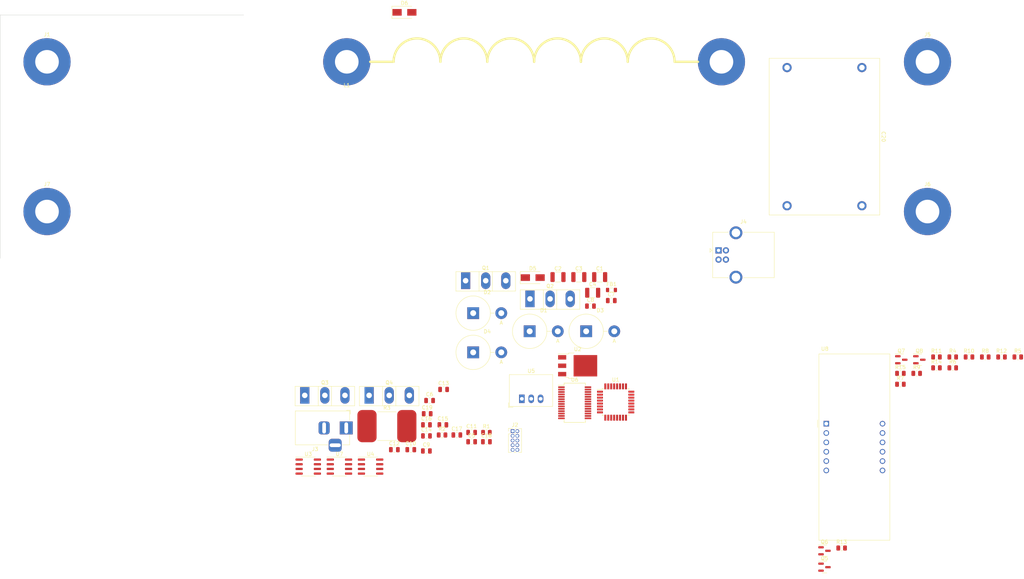
<source format=kicad_pcb>
(kicad_pcb (version 20211014) (generator pcbnew)
  (layers (0 "F.Cu" signal) (31 "B.Cu" signal) (34 "B.Paste" user) (35 "F.Paste" user) (36 "B.SilkS" user "B.Silkscreen") (37 "F.SilkS" user "F.Silkscreen") (38 "B.Mask" user) (39 "F.Mask" user) (44 "Edge.Cuts" user))
  (net 0 "")
  (net 1 "/GND")
  (net 2 "/+15V")
  (net 3 "Net-(C3-Pad1)")
  (net 4 "Net-(C3-Pad2)")
  (net 5 "/SENSE-")
  (net 6 "Net-(C4-Pad2)")
  (net 7 "Net-(C5-Pad1)")
  (net 8 "/+5V")
  (net 9 "/+3V3")
  (net 10 "Net-(C11-Pad2)")
  (net 11 "Net-(C16-Pad1)")
  (net 12 "Net-(C17-Pad1)")
  (net 13 "Net-(C18-Pad1)")
  (net 14 "Net-(C20-Pad1)")
  (net 15 "/SENSE+")
  (net 16 "/+48V")
  (net 17 "Net-(D5-Pad2)")
  (net 18 "/SWDIO")
  (net 19 "/SWCLK")
  (net 24 "/nRESET")
  (net 26 "Net-(Q1-Pad1)")
  (net 27 "Net-(Q2-Pad1)")
  (net 28 "Net-(Q3-Pad1)")
  (net 29 "Net-(Q4-Pad1)")
  (net 32 "/SENSE")
  (net 34 "/AH")
  (net 35 "/BH")
  (net 38 "/TX")
  (net 39 "/RX")
  (net 40 "Net-(Q5-Pad1)")
  (net 41 "Net-(Q5-Pad3)")
  (net 42 "/AL")
  (net 43 "/BL")
  (net 44 "Net-(Q6-Pad1)")
  (net 45 "Net-(Q6-Pad3)")
  (net 46 "Net-(Q7-Pad1)")
  (net 47 "Net-(Q7-Pad3)")
  (net 48 "Net-(Q8-Pad1)")
  (net 49 "Net-(Q8-Pad3)")
  (net 50 "/A")
  (net 51 "Net-(R4-Pad2)")
  (net 52 "/B")
  (net 53 "Net-(R5-Pad2)")
  (net 67 "/C")
  (net 68 "Net-(R6-Pad2)")
  (net 69 "/D")
  (net 70 "Net-(R7-Pad2)")
  (net 71 "/E")
  (net 72 "Net-(R8-Pad2)")
  (net 73 "/F")
  (net 74 "Net-(R9-Pad2)")
  (net 75 "/G")
  (net 76 "Net-(R10-Pad2)")
  (net 77 "/DP")
  (net 78 "Net-(R11-Pad2)")
  (net 79 "/DIG1_EN")
  (net 80 "/DIG2_EN")
  (net 81 "/DIG3_EN")
  (net 82 "/DIG4_EN")
  (footprint "Resistor_SMD:R_0805_2012Metric" (layer "F.Cu") (at 244.11 100.21)
    (fp_text reference "R7" (at 0 -1.65) (layer "F.SilkS"))
    (fp_text value "220")
    (pad "1" smd roundrect locked (at -0.9125 0) (size 1.025 1.4) (layers "F.Cu" "F.Paste" "F.Mask") (roundrect_rratio 0.243902) (net 69 "/D"))
    (pad "2" smd roundrect locked (at 0.9125 0) (size 1.025 1.4) (layers "F.Cu" "F.Paste" "F.Mask") (roundrect_rratio 0.243902) (net 70 "Net-(R7-Pad2)"))
  )
  (footprint "MountingHole:MountingHole_6.4mm_M6_Pad" (layer "F.Cu") (at 251.46 12.7)
    (fp_text reference "J5" (at 0 -7.4) (layer "F.SilkS"))
    (fp_text value "POS")
    (pad "1" thru_hole circle (at 0 0) (size 12.8 12.8) (drill 6.4) (layers *.Cu *.Mask) (net 14 "Net-(C20-Pad1)"))
  )
  (footprint "Diode_THT:D_P600_R-6_P7.62mm_Vertical_AnodeUp" (layer "F.Cu") (at 128.26 91.56)
    (fp_text reference "D4" (at 3.81 -5.67) (layer "F.SilkS"))
    (fp_text value "10A10-T")
    (fp_text user "A" (at 7.62 2.6) (layer "F.SilkS"))
    (pad "1" thru_hole rect (at 0 0) (size 3.2 3.2) (drill 1.6) (layers *.Cu *.Mask) (net 5 "/SENSE-"))
    (pad "2" thru_hole oval (at 7.62 0) (size 3.2 3.2) (drill 1.6) (layers *.Cu *.Mask) (net 1 "/GND"))
  )
  (footprint "Inductor_SMD:L_0805_2012Metric" (layer "F.Cu") (at 165.76 74.62)
    (fp_text reference "FB1" (at 0 -1.55) (layer "F.SilkS"))
    (fp_text value "FerriteBead")
    (pad "1" smd roundrect (at -1.0625 0) (size 0.875 1.2) (layers "F.Cu" "F.Paste" "F.Mask") (net 9 "/+3V3"))
    (pad "2" smd roundrect (at 1.0625 0) (size 0.875 1.2) (layers "F.Cu" "F.Paste" "F.Mask") (net 7 "Net-(C5-Pad1)"))
  )
  (footprint "welder:Cornell_Dublier_B10" (layer "F.Cu") (at 223.52 33.02 -90)
    (fp_text reference "C20" (at 0 -16 -90 unlocked) (layer "F.SilkS"))
    (fp_text value "50 uF")
    (pad "1" thru_hole circle (at -18.75 10.15 270) (size 2.5 2.5) (drill 1.5) (layers *.Cu *.Mask) (net 14 "Net-(C20-Pad1)"))
    (pad "1" thru_hole circle (at -18.75 -10.15 270) (size 2.5 2.5) (drill 1.5) (layers *.Cu *.Mask) (net 14 "Net-(C20-Pad1)"))
    (pad "2" thru_hole circle (at 18.75 10.15 270) (size 2.5 2.5) (drill 1.5) (layers *.Cu *.Mask) (net 15 "/SENSE+"))
    (pad "2" thru_hole circle (at 18.75 -10.15 270) (size 2.5 2.5) (drill 1.5) (layers *.Cu *.Mask) (net 15 "/SENSE+"))
  )
  (footprint "Diode_THT:D_P600_R-6_P7.62mm_Vertical_AnodeUp" (layer "F.Cu") (at 143.58 85.84)
    (fp_text reference "D1" (at 3.81 -5.67) (layer "F.SilkS"))
    (fp_text value "10A10-T")
    (fp_text user "A" (at 7.62 2.6) (layer "F.SilkS"))
    (pad "1" thru_hole rect (at 0 0) (size 3.2 3.2) (drill 1.6) (layers *.Cu *.Mask) (net 16 "/+48V"))
    (pad "2" thru_hole oval (at 7.62 0) (size 3.2 3.2) (drill 1.6) (layers *.Cu *.Mask) (net 3 "Net-(C3-Pad1)"))
  )
  (footprint "Capacitor_SMD:C_0805_2012Metric" (layer "F.Cu") (at 123.83 113.98)
    (fp_text reference "C17" (at 0 -1.68) (layer "F.SilkS"))
    (fp_text value "47 pF")
    (pad "1" smd roundrect locked (at -0.95 0) (size 1 1.45) (layers "F.Cu" "F.Paste" "F.Mask") (net 12 "Net-(C17-Pad1)"))
    (pad "2" smd roundrect locked (at 0.95 0) (size 1 1.45) (layers "F.Cu" "F.Paste" "F.Mask") (net 1 "/GND"))
  )
  (footprint "Resistor_SMD:R_0805_2012Metric" (layer "F.Cu") (at 228.17 144.66)
    (fp_text reference "R13" (at 0 -1.65) (layer "F.SilkS"))
    (fp_text value "470")
    (pad "1" smd roundrect locked (at -0.9125 0) (size 1.025 1.4) (layers "F.Cu" "F.Paste" "F.Mask") (roundrect_rratio 0.243902) (net 44 "Net-(Q6-Pad1)"))
    (pad "2" smd roundrect locked (at 0.9125 0) (size 1.025 1.4) (layers "F.Cu" "F.Paste" "F.Mask") (roundrect_rratio 0.243902) (net 80 "/DIG2_EN"))
  )
  (footprint "Connector_USB:USB_B_OST_USB-B1HSxx_Horizontal" (layer "F.Cu") (at 194.795 63.88)
    (fp_text reference "J4" (at 6.76 -7.77) (layer "F.SilkS"))
    (fp_text value "USB_B")
    (pad "1" thru_hole rect (at 0 0) (size 1.7 1.7) (drill 0.92) (layers *.Cu *.Mask) (net 17 "Net-(D5-Pad2)"))
    (pad "2" thru_hole circle (at 0 2.5) (size 1.7 1.7) (drill 0.92) (layers *.Cu *.Mask) (net 12 "Net-(C17-Pad1)"))
    (pad "3" thru_hole circle (at 2 2.5) (size 1.7 1.7) (drill 0.92) (layers *.Cu *.Mask) (net 13 "Net-(C18-Pad1)"))
    (pad "4" thru_hole circle (at 2 0) (size 1.7 1.7) (drill 0.92) (layers *.Cu *.Mask) (net 1 "/GND"))
    (pad "5" thru_hole circle (at 4.71 7.27) (size 3.5 3.5) (drill 2.33) (layers *.Cu *.Mask) (net 1 "/GND"))
    (pad "5" thru_hole circle (at 4.71 -4.77) (size 3.5 3.5) (drill 2.33) (layers *.Cu *.Mask) (net 1 "/GND"))
  )
  (footprint "MountingHole:MountingHole_6.4mm_M6_Pad" (layer "F.Cu") (at 251.46 53.34)
    (fp_text reference "J6" (at 0 -7.4) (layer "F.SilkS"))
    (fp_text value "NEG")
    (pad "1" thru_hole circle (at 0 0) (size 12.8 12.8) (drill 6.4) (layers *.Cu *.Mask) (net 15 "/SENSE+"))
  )
  (footprint "Diode_SMD:D_SMA" (layer "F.Cu") (at 144.41 71.27)
    (fp_text reference "D5" (at 0 -2.5) (layer "F.SilkS"))
    (fp_text value "FML340A-W")
    (pad "1" smd rect (at -2 0) (size 2.5 1.8) (layers "F.Cu" "F.Paste" "F.Mask") (net 8 "/+5V"))
    (pad "2" smd rect (at 2 0) (size 2.5 1.8) (layers "F.Cu" "F.Paste" "F.Mask") (net 17 "Net-(D5-Pad2)"))
  )
  (footprint "Capacitor_SMD:C_1210_3225Metric" (layer "F.Cu") (at 151.26 71.12)
    (fp_text reference "C2" (at 0 -2.3) (layer "F.SilkS"))
    (fp_text value "4.7 uF")
    (pad "1" smd roundrect (at -1.475 0) (size 1.15 2.7) (layers "F.Cu" "F.Paste" "F.Mask") (roundrect_rratio 0.217391) (net 1 "/GND"))
    (pad "2" smd roundrect (at 1.475 0) (size 1.15 2.7) (layers "F.Cu" "F.Paste" "F.Mask") (roundrect_rratio 0.217391) (net 2 "/+15V"))
  )
  (footprint "Diode_SMD:D_SMA" (layer "F.Cu") (at 109.625 -0.725)
    (fp_text reference "D6" (at 0 -2.5) (layer "F.SilkS"))
    (fp_text value "FML340A-W")
    (pad "1" smd rect locked (at -2 0) (size 2.5 1.8) (layers "F.Cu" "F.Paste" "F.Mask") (net 2 "/+15V"))
    (pad "2" smd rect locked (at 2 0) (size 2.5 1.8) (layers "F.Cu" "F.Paste" "F.Mask") (net 8 "/+5V"))
  )
  (footprint "Capacitor_SMD:C_0805_2012Metric" (layer "F.Cu") (at 131.85 115.81)
    (fp_text reference "C18" (at 0 -1.68) (layer "F.SilkS"))
    (fp_text value "47 pF")
    (pad "1" smd roundrect locked (at -0.95 0) (size 1 1.45) (layers "F.Cu" "F.Paste" "F.Mask") (net 13 "Net-(C18-Pad1)"))
    (pad "2" smd roundrect locked (at 0.95 0) (size 1 1.45) (layers "F.Cu" "F.Paste" "F.Mask") (net 1 "/GND"))
  )
  (footprint "Capacitor_SMD:C_0805_2012Metric" (layer "F.Cu") (at 115.59 114.23)
    (fp_text reference "C14" (at 0 -1.68) (layer "F.SilkS"))
    (fp_text value "0.1 uF")
    (pad "1" smd roundrect (at -0.95 0) (size 1 1.45) (layers "F.Cu" "F.Paste" "F.Mask") (net 8 "/+5V"))
    (pad "2" smd roundrect (at 0.95 0) (size 1 1.45) (layers "F.Cu" "F.Paste" "F.Mask") (net 1 "/GND"))
  )
  (footprint "Resistor_SMD:R_0805_2012Metric" (layer "F.Cu") (at 258.3 92.81)
    (fp_text reference "R4" (at 0 -1.65) (layer "F.SilkS"))
    (fp_text value "220")
    (pad "1" smd roundrect locked (at -0.9125 0) (size 1.025 1.4) (layers "F.Cu" "F.Paste" "F.Mask") (roundrect_rratio 0.243902) (net 50 "/A"))
    (pad "2" smd roundrect locked (at 0.9125 0) (size 1.025 1.4) (layers "F.Cu" "F.Paste" "F.Mask") (roundrect_rratio 0.243902) (net 51 "Net-(R4-Pad2)"))
  )
  (footprint "Capacitor_SMD:C_0805_2012Metric" (layer "F.Cu") (at 115.59 111.22)
    (fp_text reference "C16" (at 0 -1.68) (layer "F.SilkS"))
    (fp_text value "0.1 uF")
    (pad "1" smd roundrect (at -0.95 0) (size 1 1.45) (layers "F.Cu" "F.Paste" "F.Mask") (net 11 "Net-(C16-Pad1)"))
    (pad "2" smd roundrect (at 0.95 0) (size 1 1.45) (layers "F.Cu" "F.Paste" "F.Mask") (net 1 "/GND"))
  )
  (footprint "Resistor_SMD:R_0805_2012Metric" (layer "F.Cu") (at 131.85 113.3)
    (fp_text reference "R1" (at 0 -1.65) (layer "F.SilkS"))
    (fp_text value "100k")
    (pad "1" smd roundrect locked (at -0.9125 0) (size 1.025 1.4) (layers "F.Cu" "F.Paste" "F.Mask") (roundrect_rratio 0.243902) (net 9 "/+3V3"))
    (pad "2" smd roundrect locked (at 0.9125 0) (size 1.025 1.4) (layers "F.Cu" "F.Paste" "F.Mask") (roundrect_rratio 0.243902) (net 19 "/SWCLK"))
  )
  (footprint "Package_TO_SOT_SMD:TO-252-3_TabPin2" (layer "F.Cu") (at 156.59 95.19)
    (fp_text reference "U2" (at 0 -4.5) (layer "F.SilkS"))
    (fp_text value "LD1117ADT33TR")
    (pad "1" smd rect (at -4.2 -2.28) (size 2.2 1.2) (layers "F.Cu" "F.Paste" "F.Mask") (net 8 "/+5V"))
    (pad "2" smd rect (at -4.2 0) (size 2.2 1.2) (layers "F.Cu" "F.Paste" "F.Mask") (net 1 "/GND"))
    (pad "2" smd rect (at 2.1 0) (size 6.4 5.8) (layers "F.Cu" "F.Mask") (net 1 "/GND"))
    (pad "3" smd rect (at -4.2 2.28) (size 2.2 1.2) (layers "F.Cu" "F.Paste" "F.Mask") (net 9 "/+3V3"))
  )
  (footprint "Capacitor_SMD:C_0805_2012Metric" (layer "F.Cu") (at 120.04 111.22)
    (fp_text reference "C15" (at 0 -1.68) (layer "F.SilkS"))
    (fp_text value "0.1 uF")
    (pad "1" smd roundrect (at -0.95 0) (size 1 1.45) (layers "F.Cu" "F.Paste" "F.Mask") (net 9 "/+3V3"))
    (pad "2" smd roundrect (at 0.95 0) (size 1 1.45) (layers "F.Cu" "F.Paste" "F.Mask") (net 1 "/GND"))
  )
  (footprint "Connector_BarrelJack:BarrelJack_Horizontal" (layer "F.Cu") (at 93.84 112.065)
    (fp_text reference "J3" (at -8.45 5.75) (layer "F.SilkS"))
    (fp_text value "Barrel_Jack_Switch")
    (pad "1" thru_hole rect (at 0 0) (size 3.5 3.5) (drill oval 1 3) (layers *.Cu *.Mask) (net 2 "/+15V"))
    (pad "2" thru_hole roundrect (at -6 0) (size 3 3.5) (drill oval 1 3) (layers *.Cu *.Mask) (net 1 "/GND"))
    (pad "3" thru_hole roundrect (at -3 4.7) (size 3.5 3.5) (drill oval 3 1) (layers *.Cu *.Mask))
  )
  (footprint "Package_TO_SOT_THT:TO-247-3_Vertical" (layer "F.Cu") (at 126.21 72.11)
    (fp_text reference "Q1" (at 5.45 -3.45) (layer "F.SilkS"))
    (fp_text value "Q_NIGBT_GCE")
    (pad "1" thru_hole rect (at 0 0) (size 2.5 4.5) (drill 1.5) (layers *.Cu *.Mask) (net 26 "Net-(Q1-Pad1)"))
    (pad "2" thru_hole oval (at 5.45 0) (size 2.5 4.5) (drill 1.5) (layers *.Cu *.Mask) (net 16 "/+48V"))
    (pad "3" thru_hole oval (at 10.9 0) (size 2.5 4.5) (drill 1.5) (layers *.Cu *.Mask) (net 3 "Net-(C3-Pad1)"))
  )
  (footprint "Capacitor_SMD:C_0805_2012Metric" (layer "F.Cu") (at 120.24 101.62)
    (fp_text reference "C13" (at 0 -1.68) (layer "F.SilkS"))
    (fp_text value "0.1 uF")
    (pad "1" smd roundrect (at -0.95 0) (size 1 1.45) (layers "F.Cu" "F.Paste" "F.Mask") (net 8 "/+5V"))
    (pad "2" smd roundrect (at 0.95 0) (size 1 1.45) (layers "F.Cu" "F.Paste" "F.Mask") (net 1 "/GND"))
  )
  (footprint "Capacitor_SMD:C_1210_3225Metric" (layer "F.Cu") (at 160.66 75.37)
    (fp_text reference "C4" (at 0 -2.3) (layer "F.SilkS"))
    (fp_text value "4.7 uF")
    (pad "1" smd roundrect (at -1.475 0) (size 1.15 2.7) (layers "F.Cu" "F.Paste" "F.Mask") (roundrect_rratio 0.217391) (net 5 "/SENSE-"))
    (pad "2" smd roundrect (at 1.475 0) (size 1.15 2.7) (layers "F.Cu" "F.Paste" "F.Mask") (roundrect_rratio 0.217391) (net 6 "Net-(C4-Pad2)"))
  )
  (footprint "Package_TO_SOT_THT:TO-247-3_Vertical" (layer "F.Cu") (at 82.59 103.23)
    (fp_text reference "Q3" (at 5.45 -3.45) (layer "F.SilkS"))
    (fp_text value "Q_NIGBT_GCE")
    (pad "1" thru_hole rect (at 0 0) (size 2.5 4.5) (drill 1.5) (layers *.Cu *.Mask) (net 28 "Net-(Q3-Pad1)"))
    (pad "2" thru_hole oval (at 5.45 0) (size 2.5 4.5) (drill 1.5) (layers *.Cu *.Mask) (net 16 "/+48V"))
    (pad "3" thru_hole oval (at 10.9 0) (size 2.5 4.5) (drill 1.5) (layers *.Cu *.Mask) (net 5 "/SENSE-"))
  )
  (footprint "Display_7Segment:CA56-12EWA" (layer "F.Cu") (at 224.015 110.91)
    (fp_text reference "U8" (at -0.4 -20.31) (layer "F.SilkS"))
    (fp_text value "LTC-5723HR")
    (pad "1" thru_hole rect locked (at 0 0) (size 1.5 1.5) (drill 1) (layers *.Cu *.Mask) (net 72 "Net-(R8-Pad2)"))
    (pad "2" thru_hole circle locked (at 0 2.54) (size 1.5 1.5) (drill 1) (layers *.Cu *.Mask) (net 70 "Net-(R7-Pad2)"))
    (pad "3" thru_hole circle locked (at 0 5.08) (size 1.5 1.5) (drill 1) (layers *.Cu *.Mask) (net 78 "Net-(R11-Pad2)"))
    (pad "4" thru_hole circle locked (at 0 7.62) (size 1.5 1.5) (drill 1) (layers *.Cu *.Mask) (net 68 "Net-(R6-Pad2)"))
    (pad "5" thru_hole circle locked (at 0 10.16) (size 1.5 1.5) (drill 1) (layers *.Cu *.Mask) (net 76 "Net-(R10-Pad2)"))
    (pad "6" thru_hole circle locked (at 0 12.7) (size 1.5 1.5) (drill 1) (layers *.Cu *.Mask) (net 49 "Net-(Q8-Pad3)"))
    (pad "7" thru_hole circle locked (at 15.24 12.7) (size 1.5 1.5) (drill 1) (layers *.Cu *.Mask) (net 53 "Net-(R5-Pad2)"))
    (pad "8" thru_hole circle locked (at 15.24 10.16) (size 1.5 1.5) (drill 1) (layers *.Cu *.Mask) (net 47 "Net-(Q7-Pad3)"))
    (pad "9" thru_hole circle locked (at 15.24 7.62) (size 1.5 1.5) (drill 1) (layers *.Cu *.Mask) (net 45 "Net-(Q6-Pad3)"))
    (pad "10" thru_hole circle locked (at 15.24 5.08) (size 1.5 1.5) (drill 1) (layers *.Cu *.Mask) (net 74 "Net-(R9-Pad2)"))
    (pad "11" thru_hole circle locked (at 15.24 2.54) (size 1.5 1.5) (drill 1) (layers *.Cu *.Mask) (net 51 "Net-(R4-Pad2)"))
    (pad "12" thru_hole circle locked (at 15.24 0) (size 1.5 1.5) (drill 1) (layers *.Cu *.Mask) (net 41 "Net-(Q5-Pad3)"))
  )
  (footprint "Capacitor_SMD:C_0805_2012Metric" (layer "F.Cu") (at 111.34 117.96)
    (fp_text reference "C10" (at 0 -1.68) (layer "F.SilkS"))
    (fp_text value "0.1 uF")
    (pad "1" smd roundrect (at -0.95 0) (size 1 1.45) (layers "F.Cu" "F.Paste" "F.Mask") (net 1 "/GND"))
    (pad "2" smd roundrect (at 0.95 0) (size 1 1.45) (layers "F.Cu" "F.Paste" "F.Mask") (net 9 "/+3V3"))
  )
  (footprint "welder:inductor" (layer "F.Cu") (at 144.78 12.7)
    (fp_text reference "L1" (at -50.8 6.35 unlocked) (layer "F.SilkS"))
    (fp_text value "20 uH")
    (pad "1" thru_hole circle (at -50.8 0) (size 12.8 12.8) (drill 6.4) (layers *.Cu *.Mask) (net 3 "Net-(C3-Pad1)"))
    (pad "2" thru_hole circle (at 50.8 0) (size 12.8 12.8) (drill 6.4) (layers *.Cu *.Mask) (net 14 "Net-(C20-Pad1)"))
  )
  (footprint "Capacitor_SMD:C_0805_2012Metric" (layer "F.Cu") (at 106.89 117.96)
    (fp_text reference "C12" (at 0 -1.68) (layer "F.SilkS"))
    (fp_text value "0.1 uF")
    (pad "1" smd roundrect (at -0.95 0) (size 1 1.45) (layers "F.Cu" "F.Paste" "F.Mask") (net 2 "/+15V"))
    (pad "2" smd roundrect (at 0.95 0) (size 1 1.45) (layers "F.Cu" "F.Paste" "F.Mask") (net 1 "/GND"))
  )
  (footprint "Package_TO_SOT_SMD:SOT-23" (layer "F.Cu") (at 244.35 93.56)
    (fp_text reference "Q7" (at 0 -2.4) (layer "F.SilkS"))
    (fp_text value "Q_NPN_BEC")
    (pad "1" smd roundrect locked (at -0.9375 -0.95) (size 1.475 0.6) (layers "F.Cu" "F.Paste" "F.Mask") (net 46 "Net-(Q7-Pad1)"))
    (pad "2" smd roundrect locked (at -0.9375 0.95) (size 1.475 0.6) (layers "F.Cu" "F.Paste" "F.Mask") (net 1 "/GND"))
    (pad "3" smd roundrect locked (at 0.9375 0) (size 1.475 0.6) (layers "F.Cu" "F.Paste" "F.Mask") (net 47 "Net-(Q7-Pad3)"))
  )
  (footprint "Converter_DCDC:Converter_DCDC_RECOM_R-78E-0.5_THT" (layer "F.Cu") (at 141.456 104.16)
    (fp_text reference "U5" (at 2.54 -7.56) (layer "F.SilkS"))
    (fp_text value "R-78E5.0-0.5")
    (pad "1" thru_hole rect (at 0 0) (size 1.5 2.3) (drill 1) (layers *.Cu *.Mask) (net 2 "/+15V"))
    (pad "2" thru_hole oval (at 2.54 0) (size 1.5 2.3) (drill 1) (layers *.Cu *.Mask) (net 1 "/GND"))
    (pad "3" thru_hole oval (at 5.08 0) (size 1.5 2.3) (drill 1) (layers *.Cu *.Mask) (net 8 "/+5V"))
  )
  (footprint "Package_TO_SOT_SMD:SOT-23" (layer "F.Cu") (at 223.52 145.41)
    (fp_text reference "Q6" (at 0 -2.4) (layer "F.SilkS"))
    (fp_text value "Q_NPN_BEC")
    (pad "1" smd roundrect locked (at -0.9375 -0.95) (size 1.475 0.6) (layers "F.Cu" "F.Paste" "F.Mask") (net 44 "Net-(Q6-Pad1)"))
    (pad "2" smd roundrect locked (at -0.9375 0.95) (size 1.475 0.6) (layers "F.Cu" "F.Paste" "F.Mask") (net 1 "/GND"))
    (pad "3" smd roundrect locked (at 0.9375 0) (size 1.475 0.6) (layers "F.Cu" "F.Paste" "F.Mask") (net 45 "Net-(Q6-Pad3)"))
  )
  (footprint "Package_TO_SOT_SMD:SOT-23" (layer "F.Cu") (at 223.52 149.86)
    (fp_text reference "Q5" (at 0 -2.4) (layer "F.SilkS"))
    (fp_text value "Q_NPN_BEC")
    (pad "1" smd roundrect locked (at -0.9375 -0.95) (size 1.475 0.6) (layers "F.Cu" "F.Paste" "F.Mask") (net 40 "Net-(Q5-Pad1)"))
    (pad "2" smd roundrect locked (at -0.9375 0.95) (size 1.475 0.6) (layers "F.Cu" "F.Paste" "F.Mask") (net 1 "/GND"))
    (pad "3" smd roundrect locked (at 0.9375 0) (size 1.475 0.6) (layers "F.Cu" "F.Paste" "F.Mask") (net 41 "Net-(Q5-Pad3)"))
  )
  (footprint "Resistor_SMD:R_0805_2012Metric" (layer "F.Cu") (at 248.52 97.26)
    (fp_text reference "R9" (at 0 -1.65) (layer "F.SilkS"))
    (fp_text value "220")
    (pad "1" smd roundrect locked (at -0.9125 0) (size 1.025 1.4) (layers "F.Cu" "F.Paste" "F.Mask") (roundrect_rratio 0.243902) (net 73 "/F"))
    (pad "2" smd roundrect locked (at 0.9125 0) (size 1.025 1.4) (layers "F.Cu" "F.Paste" "F.Mask") (roundrect_rratio 0.243902) (net 74 "Net-(R9-Pad2)"))
  )
  (footprint "Package_TO_SOT_THT:TO-247-3_Vertical" (layer "F.Cu") (at 143.66 77.04)
    (fp_text reference "Q2" (at 5.45 -3.45) (layer "F.SilkS"))
    (fp_text value "Q_NIGBT_GCE")
    (pad "1" thru_hole rect (at 0 0) (size 2.5 4.5) (drill 1.5) (layers *.Cu *.Mask) (net 27 "Net-(Q2-Pad1)"))
    (pad "2" thru_hole oval (at 5.45 0) (size 2.5 4.5) (drill 1.5) (layers *.Cu *.Mask) (net 3 "Net-(C3-Pad1)"))
    (pad "3" thru_hole oval (at 10.9 0) (size 2.5 4.5) (drill 1.5) (layers *.Cu *.Mask) (net 1 "/GND"))
  )
  (footprint "Connector_PinHeader_1.27mm:PinHeader_2x05_P1.27mm_Vertical" (layer "F.Cu") (at 138.96 112.94)
    (fp_text reference "J2" (at 0.635 -1.695) (layer "F.SilkS"))
    (fp_text value "Conn_01x10")
    (pad "1" thru_hole rect locked (at 0 0) (size 1 1) (drill 0.65) (layers *.Cu *.Mask) (net 9 "/+3V3"))
    (pad "2" thru_hole oval locked (at 1.27 0) (size 1 1) (drill 0.65) (layers *.Cu *.Mask) (net 18 "/SWDIO"))
    (pad "3" thru_hole oval locked (at 0 1.27) (size 1 1) (drill 0.65) (layers *.Cu *.Mask) (net 1 "/GND"))
    (pad "4" thru_hole oval locked (at 1.27 1.27) (size 1 1) (drill 0.65) (layers *.Cu *.Mask) (net 19 "/SWCLK"))
    (pad "5" thru_hole oval locked (at 0 2.54) (size 1 1) (drill 0.65) (layers *.Cu *.Mask) (net 1 "/GND"))
    (pad "6" thru_hole oval locked (at 1.27 2.54) (size 1 1) (drill 0.65) (layers *.Cu *.Mask))
    (pad "7" thru_hole oval locked (at 0 3.81) (size 1 1) (drill 0.65) (layers *.Cu *.Mask))
    (pad "8" thru_hole oval locked (at 1.27 3.81) (size 1 1) (drill 0.65) (layers *.Cu *.Mask))
    (pad "9" thru_hole oval locked (at 0 5.08) (size 1 1) (drill 0.65) (layers *.Cu *.Mask))
    (pad "10" thru_hole oval locked (at 1.27 5.08) (size 1 1) (drill 0.65) (layers *.Cu *.Mask) (net 24 "/nRESET"))
  )
  (footprint "Capacitor_SMD:C_1210_3225Metric" (layer "F.Cu") (at 156.91 71.12)
    (fp_text reference "C3" (at 0 -2.3) (layer "F.SilkS"))
    (fp_text value "4.7 uF")
    (pad "1" smd roundrect (at -1.475 0) (size 1.15 2.7) (layers "F.Cu" "F.Paste" "F.Mask") (roundrect_rratio 0.217391) (net 3 "Net-(C3-Pad1)"))
    (pad "2" smd roundrect (at 1.475 0) (size 1.15 2.7) (layers "F.Cu" "F.Paste" "F.Mask") (roundrect_rratio 0.217391) (net 4 "Net-(C3-Pad2)"))
  )
  (footprint "Resistor_SMD:R_0805_2012Metric" (layer "F.Cu") (at 244.11 97.26)
    (fp_text reference "R15" (at 0 -1.65) (layer "F.SilkS"))
    (fp_text value "470")
    (pad "1" smd roundrect locked (at -0.9125 0) (size 1.025 1.4) (layers "F.Cu" "F.Paste" "F.Mask") (roundrect_rratio 0.243902) (net 48 "Net-(Q8-Pad1)"))
    (pad "2" smd roundrect locked (at 0.9125 0) (size 1.025 1.4) (layers "F.Cu" "F.Paste" "F.Mask") (roundrect_rratio 0.243902) (net 82 "/DIG4_EN"))
  )
  (footprint "Diode_THT:D_P600_R-6_P7.62mm_Vertical_AnodeUp" (layer "F.Cu") (at 158.9 85.84)
    (fp_text reference "D3" (at 3.81 -5.67) (layer "F.SilkS"))
    (fp_text value "10A10-T")
    (fp_text user "A" (at 7.62 2.6) (layer "F.SilkS"))
    (pad "1" thru_hole rect (at 0 0) (size 3.2 3.2) (drill 1.6) (layers *.Cu *.Mask) (net 16 "/+48V"))
    (pad "2" thru_hole oval (at 7.62 0) (size 3.2 3.2) (drill 1.6) (layers *.Cu *.Mask) (net 5 "/SENSE-"))
  )
  (footprint "Package_TO_SOT_THT:TO-247-3_Vertical" (layer "F.Cu") (at 100.04 103.23)
    (fp_text reference "Q4" (at 5.45 -3.45) (layer "F.SilkS"))
    (fp_text value "Q_NIGBT_GCE")
    (pad "1" thru_hole rect (at 0 0) (size 2.5 4.5) (drill 1.5) (layers *.Cu *.Mask) (net 29 "Net-(Q4-Pad1)"))
    (pad "2" thru_hole oval (at 5.45 0) (size 2.5 4.5) (drill 1.5) (layers *.Cu *.Mask) (net 5 "/SENSE-"))
    (pad "3" thru_hole oval (at 10.9 0) (size 2.5 4.5) (drill 1.5) (layers *.Cu *.Mask) (net 1 "/GND"))
  )
  (footprint "Resistor_SMD:R_0805_2012Metric" (layer "F.Cu") (at 253.89 95.76)
    (fp_text reference "R14" (at 0 -1.65) (layer "F.SilkS"))
    (fp_text value "470")
    (pad "1" smd roundrect locked (at -0.9125 0) (size 1.025 1.4) (layers "F.Cu" "F.Paste" "F.Mask") (roundrect_rratio 0.243902) (net 46 "Net-(Q7-Pad1)"))
    (pad "2" smd roundrect locked (at 0.9125 0) (size 1.025 1.4) (layers "F.Cu" "F.Paste" "F.Mask") (roundrect_rratio 0.243902) (net 81 "/DIG3_EN"))
  )
  (footprint "Capacitor_SMD:C_0805_2012Metric" (layer "F.Cu") (at 127.84 115.81)
    (fp_text reference "C5" (at 0 -1.68) (layer "F.SilkS"))
    (fp_text value "10 uF")
    (pad "1" smd roundrect locked (at -0.95 0) (size 1 1.45) (layers "F.Cu" "F.Paste" "F.Mask") (net 7 "Net-(C5-Pad1)"))
    (pad "2" smd roundrect locked (at 0.95 0) (size 1 1.45) (layers "F.Cu" "F.Paste" "F.Mask") (net 1 "/GND"))
  )
  (footprint "Capacitor_SMD:C_1210_3225Metric" (layer "F.Cu") (at 162.56 71.12)
    (fp_text reference "C1" (at 0 -2.3) (layer "F.SilkS"))
    (fp_text value "4.7 uF")
    (pad "1" smd roundrect (at -1.475 0) (size 1.15 2.7) (layers "F.Cu" "F.Paste" "F.Mask") (roundrect_rratio 0.217391) (net 1 "/GND"))
    (pad "2" smd roundrect (at 1.475 0) (size 1.15 2.7) (layers "F.Cu" "F.Paste" "F.Mask") (roundrect_rratio 0.217391) (net 2 "/+15V"))
  )
  (footprint "Package_QFP:TQFP-32_7x7mm_P0.8mm" (layer "F.Cu") (at 166.89 105.04)
    (fp_text reference "U1" (at 0 -6.05) (layer "F.SilkS"))
    (fp_text value "ATSAMD21E18A-A")
    (pad "1" smd rect (at -4.25 -2.8) (size 1.6 0.55) (layers "F.Cu" "F.Paste" "F.Mask"))
    (pad "2" smd rect (at -4.25 -2) (size 1.6 0.55) (layers "F.Cu" "F.Paste" "F.Mask"))
    (pad "3" smd rect (at -4.25 -1.2) (size 1.6 0.55) (layers "F.Cu" "F.Paste" "F.Mask") (net 32 "/SENSE"))
    (pad "4" smd rect (at -4.25 -0.4) (size 1.6 0.55) (layers "F.Cu" "F.Paste" "F.Mask"))
    (pad "5" smd rect (at -4.25 0.4) (size 1.6 0.55) (layers "F.Cu" "F.Paste" "F.Mask") (net 34 "/AH"))
    (pad "6" smd rect (at -4.25 1.2) (size 1.6 0.55) (layers "F.Cu" "F.Paste" "F.Mask") (net 35 "/BH"))
    (pad "7" smd rect (at -4.25 2) (size 1.6 0.55) (layers "F.Cu" "F.Paste" "F.Mask"))
    (pad "8" smd rect (at -4.25 2.8) (size 1.6 0.55) (layers "F.Cu" "F.Paste" "F.Mask"))
    (pad "9" smd rect (at -2.8 4.25 90) (size 1.6 0.55) (layers "F.Cu" "F.Paste" "F.Mask") (net 7 "Net-(C5-Pad1)"))
    (pad "10" smd rect (at -2 4.25 90) (size 1.6 0.55) (layers "F.Cu" "F.Paste" "F.Mask") (net 1 "/GND"))
    (pad "11" smd rect (at -1.2 4.25 90) (size 1.6 0.55) (layers "F.Cu" "F.Paste" "F.Mask") (net 38 "/TX"))
    (pad "12" smd rect (at -0.4 4.25 90) (size 1.6 0.55) (layers "F.Cu" "F.Paste" "F.Mask") (net 39 "/RX"))
    (pad "13" smd rect (at 0.4 4.25 90) (size 1.6 0.55) (layers "F.Cu" "F.Paste" "F.Mask") (net 81 "/DIG3_EN"))
    (pad "14" smd rect (at 1.2 4.25 90) (size 1.6 0.55) (layers "F.Cu" "F.Paste" "F.Mask") (net 82 "/DIG4_EN"))
    (pad "15" smd rect (at 2 4.25 90) (size 1.6 0.55) (layers "F.Cu" "F.Paste" "F.Mask") (net 42 "/AL"))
    (pad "16" smd rect (at 2.8 4.25 90) (size 1.6 0.55) (layers "F.Cu" "F.Paste" "F.Mask") (net 43 "/BL"))
    (pad "17" smd rect (at 4.25 2.8) (size 1.6 0.55) (layers "F.Cu" "F.Paste" "F.Mask") (net 79 "/DIG1_EN"))
    (pad "18" smd rect (at 4.25 2) (size 1.6 0.55) (layers "F.Cu" "F.Paste" "F.Mask") (net 80 "/DIG2_EN"))
    (pad "19" smd rect (at 4.25 1.2) (size 1.6 0.55) (layers "F.Cu" "F.Paste" "F.Mask") (net 50 "/A"))
    (pad "20" smd rect (at 4.25 0.4) (size 1.6 0.55) (layers "F.Cu" "F.Paste" "F.Mask") (net 52 "/B"))
    (pad "21" smd rect (at 4.25 -0.4) (size 1.6 0.55) (layers "F.Cu" "F.Paste" "F.Mask") (net 67 "/C"))
    (pad "22" smd rect (at 4.25 -1.2) (size 1.6 0.55) (layers "F.Cu" "F.Paste" "F.Mask") (net 69 "/D"))
    (pad "23" smd rect (at 4.25 -2) (size 1.6 0.55) (layers "F.Cu" "F.Paste" "F.Mask") (net 71 "/E"))
    (pad "24" smd rect (at 4.25 -2.8) (size 1.6 0.55) (layers "F.Cu" "F.Paste" "F.Mask") (net 73 "/F"))
    (pad "25" smd rect (at 2.8 -4.25 90) (size 1.6 0.55) (layers "F.Cu" "F.Paste" "F.Mask") (net 75 "/G"))
    (pad "26" smd rect (at 2 -4.25 90) (size 1.6 0.55) (layers "F.Cu" "F.Paste" "F.Mask") (net 24 "/nRESET"))
    (pad "27" smd rect (at 1.2 -4.25 90) (size 1.6 0.55) (layers "F.Cu" "F.Paste" "F.Mask") (net 77 "/DP"))
    (pad "28" smd rect (at 0.4 -4.25 90) (size 1.6 0.55) (layers "F.Cu" "F.Paste" "F.Mask") (net 1 "/GND"))
    (pad "29" smd rect (at -0.4 -4.25 90) (size 1.6 0.55) (layers "F.Cu" "F.Paste" "F.Mask") (net 10 "Net-(C11-Pad2)"))
    (pad "30" smd rect (at -1.2 -4.25 90) (size 1.6 0.55) (layers "F.Cu" "F.Paste" "F.Mask") (net 9 "/+3V3"))
    (pad "31" smd rect (at -2 -4.25 90) (size 1.6 0.55) (layers "F.Cu" "F.Paste" "F.Mask") (net 19 "/SWCLK"))
    (pad "32" smd rect (at -2.8 -4.25 90) (size 1.6 0.55) (layers "F.Cu" "F.Paste" "F.Mask") (net 18 "/SWDIO"))
  )
  (footprint "Resistor_SMD:R_0805_2012Metric" (layer "F.Cu") (at 271.53 92.81)
    (fp_text reference "R12" (at 0 -1.65) (layer "F.SilkS"))
    (fp_text value "470")
    (pad "1" smd roundrect locked (at -0.9125 0) (size 1.025 1.4) (layers "F.Cu" "F.Paste" "F.Mask") (roundrect_rratio 0.243902) (net 40 "Net-(Q5-Pad1)"))
    (pad "2" smd roundrect locked (at 0.9125 0) (size 1.025 1.4) (layers "F.Cu" "F.Paste" "F.Mask") (roundrect_rratio 0.243902) (net 79 "/DIG1_EN"))
  )
  (footprint "Package_SO:SSOP-28_5.3x10.2mm_P0.65mm" (layer "F.Cu") (at 155.79 105.24)
    (fp_text reference "U6" (at 0 -6.25) (layer "F.SilkS"))
    (fp_text value "FT232RL")
    (pad "1" smd rect (at -3.6 -4.225) (size 1.75 0.45) (layers "F.Cu" "F.Paste" "F.Mask") (net 39 "/RX"))
    (pad "2" smd rect (at -3.6 -3.575) (size 1.75 0.45) (layers "F.Cu" "F.Paste" "F.Mask"))
    (pad "3" smd rect (at -3.6 -2.925) (size 1.75 0.45) (layers "F.Cu" "F.Paste" "F.Mask"))
    (pad "4" smd rect (at -3.6 -2.275) (size 1.75 0.45) (layers "F.Cu" "F.Paste" "F.Mask") (net 9 "/+3V3"))
    (pad "5" smd rect (at -3.6 -1.625) (size 1.75 0.45) (layers "F.Cu" "F.Paste" "F.Mask") (net 38 "/TX"))
    (pad "6" smd rect (at -3.6 -0.975) (size 1.75 0.45) (layers "F.Cu" "F.Paste" "F.Mask"))
    (pad "7" smd rect (at -3.6 -0.325) (size 1.75 0.45) (layers "F.Cu" "F.Paste" "F.Mask") (net 1 "/GND"))
    (pad "8" smd rect (at -3.6 0.325) (size 1.75 0.45) (layers "F.Cu" "F.Paste" "F.Mask"))
    (pad "9" smd rect (at -3.6 0.975) (size 1.75 0.45) (layers "F.Cu" "F.Paste" "F.Mask"))
    (pad "10" smd rect (at -3.6 1.625) (size 1.75 0.45) (layers "F.Cu" "F.Paste" "F.Mask"))
    (pad "11" smd rect (at -3.6 2.275) (size 1.75 0.45) (layers "F.Cu" "F.Paste" "F.Mask"))
    (pad "12" smd rect (at -3.6 2.925) (size 1.75 0.45) (layers "F.Cu" "F.Paste" "F.Mask"))
    (pad "13" smd rect (at -3.6 3.575) (size 1.75 0.45) (layers "F.Cu" "F.Paste" "F.Mask"))
    (pad "14" smd rect (at -3.6 4.225) (size 1.75 0.45) (layers "F.Cu" "F.Paste" "F.Mask"))
    (pad "15" smd rect (at 3.6 4.225) (size 1.75 0.45) (layers "F.Cu" "F.Paste" "F.Mask") (net 13 "Net-(C18-Pad1)"))
    (pad "16" smd rect (at 3.6 3.575) (size 1.75 0.45) (layers "F.Cu" "F.Paste" "F.Mask") (net 12 "Net-(C17-Pad1)"))
    (pad "17" smd rect (at 3.6 2.925) (size 1.75 0.45) (layers "F.Cu" "F.Paste" "F.Mask") (net 11 "Net-(C16-Pad1)"))
    (pad "18" smd rect (at 3.6 2.275) (size 1.75 0.45) (layers "F.Cu" "F.Paste" "F.Mask") (net 1 "/GND"))
    (pad "19" smd rect (at 3.6 1.625) (size 1.75 0.45) (layers "F.Cu" "F.Paste" "F.Mask") (net 8 "/+5V"))
    (pad "20" smd rect (at 3.6 0.975) (size 1.75 0.45) (layers "F.Cu" "F.Paste" "F.Mask") (net 8 "/+5V"))
    (pad "21" smd rect (at 3.6 0.325) (size 1.75 0.45) (layers "F.Cu" "F.Paste" "F.Mask") (net 1 "/GND"))
    (pad "22" smd rect (at 3.6 -0.325) (size 1.75 0.45) (layers "F.Cu" "F.Paste" "F.Mask"))
    (pad "23" smd rect (at 3.6 -0.975) (size 1.75 0.45) (layers "F.Cu" "F.Paste" "F.Mask"))
    (pad "24" smd rect (at 3.6 -1.625) (size 1.75 0.45) (layers "F.Cu" "F.Paste" "F.Mask"))
    (pad "25" smd rect (at 3.6 -2.275) (size 1.75 0.45) (layers "F.Cu" "F.Paste" "F.Mask") (net 1 "/GND"))
    (pad "26" smd rect (at 3.6 -2.925) (size 1.75 0.45) (layers "F.Cu" "F.Paste" "F.Mask") (net 1 "/GND"))
    (pad "27" smd rect (at 3.6 -3.575) (size 1.75 0.45) (layers "F.Cu" "F.Paste" "F.Mask"))
    (pad "28" smd rect (at 3.6 -4.225) (size 1.75 0.45) (layers "F.Cu" "F.Paste" "F.Mask"))
  )
  (footprint "Resistor_SMD:R_0805_2012Metric" (layer "F.Cu") (at 262.71 92.81)
    (fp_text reference "R10" (at 0 -1.65) (layer "F.SilkS"))
    (fp_text value "220")
    (pad "1" smd roundrect locked (at -0.9125 0) (size 1.025 1.4) (layers "F.Cu" "F.Paste" "F.Mask") (roundrect_rratio 0.243902) (net 75 "/G"))
    (pad "2" smd roundrect locked (at 0.9125 0) (size 1.025 1.4) (layers "F.Cu" "F.Paste" "F.Mask") (roundrect_rratio 0.243902) (net 76 "Net-(R10-Pad2)"))
  )
  (footprint "Package_TO_SOT_SMD:SOT-23" (layer "F.Cu") (at 249.24 93.56)
    (fp_text reference "Q8" (at 0 -2.4) (layer "F.SilkS"))
    (fp_text value "Q_NPN_BEC")
    (pad "1" smd roundrect locked (at -0.9375 -0.95) (size 1.475 0.6) (layers "F.Cu" "F.Paste" "F.Mask") (net 48 "Net-(Q8-Pad1)"))
    (pad "2" smd roundrect locked (at -0.9375 0.95) (size 1.475 0.6) (layers "F.Cu" "F.Paste" "F.Mask") (net 1 "/GND"))
    (pad "3" smd roundrect locked (at 0.9375 0) (size 1.475 0.6) (layers "F.Cu" "F.Paste" "F.Mask") (net 49 "Net-(Q8-Pad3)"))
  )
  (footprint "Diode_THT:D_P600_R-6_P7.62mm_Vertical_AnodeUp" (layer "F.Cu") (at 128.26 80.91)
    (fp_text reference "D2" (at 3.81 -5.67) (layer "F.SilkS"))
    (fp_text value "10A10-T")
    (fp_text user "A" (at 7.62 2.6) (layer "F.SilkS"))
    (pad "1" thru_hole rect (at 0 0) (size 3.2 3.2) (drill 1.6) (layers *.Cu *.Mask) (net 3 "Net-(C3-Pad1)"))
    (pad "2" thru_hole oval (at 7.62 0) (size 3.2 3.2) (drill 1.6) (layers *.Cu *.Mask) (net 1 "/GND"))
  )
  (footprint "Capacitor_SMD:C_0805_2012Metric" (layer "F.Cu") (at 115.57 118.32)
    (fp_text reference "C9" (at 0 -1.68) (layer "F.SilkS"))
    (fp_text value "10 uF")
    (pad "1" smd roundrect locked (at -0.95 0) (size 1 1.45) (layers "F.Cu" "F.Paste" "F.Mask") (net 9 "/+3V3"))
    (pad "2" smd roundrect locked (at 0.95 0) (size 1 1.45) (layers "F.Cu" "F.Paste" "F.Mask") (net 1 "/GND"))
  )
  (footprint "Package_SO:SOIC-8_3.9x4.9mm_P1.27mm" (layer "F.Cu") (at 83.54 122.56)
    (fp_text reference "U3" (at 0 -3.4) (layer "F.SilkS"))
    (fp_text value "MIC4604YM")
    (pad "1" smd roundrect (at -2.475 -1.905) (size 1.95 0.6) (layers "F.Cu" "F.Paste" "F.Mask") (net 2 "/+15V"))
    (pad "2" smd roundrect (at -2.475 -0.635) (size 1.95 0.6) (layers "F.Cu" "F.Paste" "F.Mask") (net 4 "Net-(C3-Pad2)"))
    (pad "3" smd roundrect (at -2.475 0.635) (size 1.95 0.6) (layers "F.Cu" "F.Paste" "F.Mask") (net 26 "Net-(Q1-Pad1)"))
    (pad "4" smd roundrect (at -2.475 1.905) (size 1.95 0.6) (layers "F.Cu" "F.Paste" "F.Mask") (net 3 "Net-(C3-Pad1)"))
    (pad "5" smd roundrect (at 2.475 1.905) (size 1.95 0.6) (layers "F.Cu" "F.Paste" "F.Mask") (net 34 "/AH"))
    (pad "6" smd roundrect (at 2.475 0.635) (size 1.95 0.6) (layers "F.Cu" "F.Paste" "F.Mask") (net 42 "/AL"))
    (pad "7" smd roundrect (at 2.475 -0.635) (size 1.95 0.6) (layers "F.Cu" "F.Paste" "F.Mask") (net 1 "/GND"))
    (pad "8" smd roundrect (at 2.475 -1.905) (size 1.95 0.6) (layers "F.Cu" "F.Paste" "F.Mask") (net 27 "Net-(Q2-Pad1)"))
  )
  (footprint "MountingHole:MountingHole_6.4mm_M6_Pad" (layer "F.Cu") (at 12.7 12.7)
    (fp_text reference "J1" (at 0 -7.4) (layer "F.SilkS"))
    (fp_text value "VIN")
    (pad "1" thru_hole circle (at 0 0) (size 12.8 12.8) (drill 6.4) (layers *.Cu *.Mask) (net 16 "/+48V"))
  )
  (footprint "Resistor_SMD:R_0805_2012Metric" (layer "F.Cu") (at 267.12 92.81)
    (fp_text reference "R8" (at 0 -1.65) (layer "F.SilkS"))
    (fp_text value "220")
    (pad "1" smd roundrect locked (at -0.9125 0) (size 1.025 1.4) (layers "F.Cu" "F.Paste" "F.Mask") (roundrect_rratio 0.243902) (net 71 "/E"))
    (pad "2" smd roundrect locked (at 0.9125 0) (size 1.025 1.4) (layers "F.Cu" "F.Paste" "F.Mask") (roundrect_rratio 0.243902) (net 72 "Net-(R8-Pad2)"))
  )
  (footprint "Capacitor_SMD:C_0805_2012Metric" (layer "F.Cu") (at 160.06 79)
    (fp_text reference "C8" (at 0 -1.68) (layer "F.SilkS"))
    (fp_text value "0.1 uF")
    (pad "1" smd roundrect (at -0.95 0) (size 1 1.45) (layers "F.Cu" "F.Paste" "F.Mask") (net 9 "/+3V3"))
    (pad "2" smd roundrect (at 0.95 0) (size 1 1.45) (layers "F.Cu" "F.Paste" "F.Mask") (net 1 "/GND"))
  )
  (footprint "Capacitor_SMD:C_0805_2012Metric" (layer "F.Cu") (at 115.79 108.21)
    (fp_text reference "C19" (at 0 -1.68) (layer "F.SilkS"))
    (fp_text value "0.1 uF")
    (pad "1" smd roundrect (at -0.95 0) (size 1 1.45) (layers "F.Cu" "F.Paste" "F.Mask") (net 9 "/+3V3"))
    (pad "2" smd roundrect (at 0.95 0) (size 1 1.45) (layers "F.Cu" "F.Paste" "F.Mask") (net 1 "/GND"))
  )
  (footprint "Resistor_SMD:R_0805_2012Metric" (layer "F.Cu") (at 275.94 92.81)
    (fp_text reference "R5" (at 0 -1.65) (layer "F.SilkS"))
    (fp_text value "220")
    (pad "1" smd roundrect locked (at -0.9125 0) (size 1.025 1.4) (layers "F.Cu" "F.Paste" "F.Mask") (roundrect_rratio 0.243902) (net 52 "/B"))
    (pad "2" smd roundrect locked (at 0.9125 0) (size 1.025 1.4) (layers "F.Cu" "F.Paste" "F.Mask") (roundrect_rratio 0.243902) (net 53 "Net-(R5-Pad2)"))
  )
  (footprint "Package_SO:SOIC-8_3.9x4.9mm_P1.27mm" (layer "F.Cu") (at 100.44 122.56)
    (fp_text reference "U4" (at 0 -3.4) (layer "F.SilkS"))
    (fp_text value "MIC4604YM")
    (pad "1" smd roundrect (at -2.475 -1.905) (size 1.95 0.6) (layers "F.Cu" "F.Paste" "F.Mask") (net 2 "/+15V"))
    (pad "2" smd roundrect (at -2.475 -0.635) (size 1.95 0.6) (layers "F.Cu" "F.Paste" "F.Mask") (net 6 "Net-(C4-Pad2)"))
    (pad "3" smd roundrect (at -2.475 0.635) (size 1.95 0.6) (layers "F.Cu" "F.Paste" "F.Mask") (net 28 "Net-(Q3-Pad1)"))
    (pad "4" smd roundrect (at -2.475 1.905) (size 1.95 0.6) (layers "F.Cu" "F.Paste" "F.Mask") (net 5 "/SENSE-"))
    (pad "5" smd roundrect (at 2.475 1.905) (size 1.95 0.6) (layers "F.Cu" "F.Paste" "F.Mask") (net 35 "/BH"))
    (pad "6" smd roundrect (at 2.475 0.635) (size 1.95 0.6) (layers "F.Cu" "F.Paste" "F.Mask") (net 43 "/BL"))
    (pad "7" smd roundrect (at 2.475 -0.635) (size 1.95 0.6) (layers "F.Cu" "F.Paste" "F.Mask") (net 1 "/GND"))
    (pad "8" smd roundrect (at 2.475 -1.905) (size 1.95 0.6) (layers "F.Cu" "F.Paste" "F.Mask") (net 29 "Net-(Q4-Pad1)"))
  )
  (footprint "Resistor_SMD:R_0805_2012Metric" (layer "F.Cu") (at 119.82 113.98)
    (fp_text reference "R2" (at 0 -1.65) (layer "F.SilkS"))
    (fp_text value "100k")
    (pad "1" smd roundrect locked (at -0.9125 0) (size 1.025 1.4) (layers "F.Cu" "F.Paste" "F.Mask") (roundrect_rratio 0.243902) (net 9 "/+3V3"))
    (pad "2" smd roundrect locked (at 0.9125 0) (size 1.025 1.4) (layers "F.Cu" "F.Paste" "F.Mask") (roundrect_rratio 0.243902) (net 24 "/nRESET"))
  )
  (footprint "Resistor_SMD:R_0805_2012Metric" (layer "F.Cu") (at 258.3 95.76)
    (fp_text reference "R6" (at 0 -1.65) (layer "F.SilkS"))
    (fp_text value "220")
    (pad "1" smd roundrect locked (at -0.9125 0) (size 1.025 1.4) (layers "F.Cu" "F.Paste" "F.Mask") (roundrect_rratio 0.243902) (net 67 "/C"))
    (pad "2" smd roundrect locked (at 0.9125 0) (size 1.025 1.4) (layers "F.Cu" "F.Paste" "F.Mask") (roundrect_rratio 0.243902) (net 68 "Net-(R6-Pad2)"))
  )
  (footprint "welder:RES_5931" (layer "F.Cu") (at 104.865 111.58)
    (fp_text reference "R3" (at 0 -5 unlocked) (layer "F.SilkS"))
    (fp_text value "0.0001")
    (pad "1" smd roundrect (at -5.4 0) (size 5.2 8.75) (layers "F.Cu" "F.Paste" "F.Mask") (net 5 "/SENSE-"))
    (pad "2" smd roundrect (at 5.4 0) (size 5.2 8.75) (layers "F.Cu" "F.Paste" "F.Mask") (net 15 "/SENSE+"))
  )
  (footprint "Resistor_SMD:R_0805_2012Metric" (layer "F.Cu") (at 253.89 92.81)
    (fp_text reference "R11" (at 0 -1.65) (layer "F.SilkS"))
    (fp_text value "220")
    (pad "1" smd roundrect locked (at -0.9125 0) (size 1.025 1.4) (layers "F.Cu" "F.Paste" "F.Mask") (roundrect_rratio 0.243902) (net 77 "/DP"))
    (pad "2" smd roundrect locked (at 0.9125 0) (size 1.025 1.4) (layers "F.Cu" "F.Paste" "F.Mask") (roundrect_rratio 0.243902) (net 78 "Net-(R11-Pad2)"))
  )
  (footprint "Capacitor_SMD:C_0805_2012Metric" (layer "F.Cu") (at 165.71 77.5)
    (fp_text reference "C7" (at 0 -1.68) (layer "F.SilkS"))
    (fp_text value "0.1 uF")
    (pad "1" smd roundrect (at -0.95 0) (size 1 1.45) (layers "F.Cu" "F.Paste" "F.Mask") (net 1 "/GND"))
    (pad "2" smd roundrect (at 0.95 0) (size 1 1.45) (layers "F.Cu" "F.Paste" "F.Mask") (net 7 "Net-(C5-Pad1)"))
  )
  (footprint "Capacitor_SMD:C_0805_2012Metric" (layer "F.Cu") (at 127.84 113.3)
    (fp_text reference "C11" (at 0 -1.68) (layer "F.SilkS"))
    (fp_text value "1 uF")
    (pad "1" smd roundrect locked (at -0.95 0) (size 1 1.45) (layers "F.Cu" "F.Paste" "F.Mask") (net 1 "/GND"))
    (pad "2" smd roundrect locked (at 0.95 0) (size 1 1.45) (layers "F.Cu" "F.Paste" "F.Mask") (net 10 "Net-(C11-Pad2)"))
  )
  (footprint "MountingHole:MountingHole_6.4mm_M6_Pad" (layer "F.Cu") (at 12.7 53.34)
    (fp_text reference "J7" (at 0 -7.4) (layer "F.SilkS"))
    (fp_text value "GND")
    (pad "1" thru_hole circle (at 0 0) (size 12.8 12.8) (drill 6.4) (layers *.Cu *.Mask) (net 1 "/GND"))
  )
  (footprint "Package_SO:SOIC-8_3.9x4.9mm_P1.27mm" (layer "F.Cu") (at 91.99 122.56)
    (fp_text reference "U7" (at 0 -3.4) (layer "F.SilkS"))
    (fp_text value "INA240A3D")
    (pad "1" smd roundrect (at -2.475 -1.905) (size 1.95 0.6) (layers "F.Cu" "F.Paste" "F.Mask") (net 5 "/SENSE-"))
    (pad "2" smd roundrect (at -2.475 -0.635) (size 1.95 0.6) (layers "F.Cu" "F.Paste" "F.Mask") (net 1 "/GND"))
    (pad "3" smd roundrect (at -2.475 0.635) (size 1.95 0.6) (layers "F.Cu" "F.Paste" "F.Mask") (net 9 "/+3V3"))
    (pad "4" smd roundrect (at -2.475 1.905) (size 1.95 0.6) (layers "F.Cu" "F.Paste" "F.Mask") (net 1 "/GND"))
    (pad "5" smd roundrect (at 2.475 1.905) (size 1.95 0.6) (layers "F.Cu" "F.Paste" "F.Mask") (net 32 "/SENSE"))
    (pad "6" smd roundrect (at 2.475 0.635) (size 1.95 0.6) (layers "F.Cu" "F.Paste" "F.Mask") (net 9 "/+3V3"))
    (pad "7" smd roundrect (at 2.475 -0.635) (size 1.95 0.6) (layers "F.Cu" "F.Paste" "F.Mask") (net 1 "/GND"))
    (pad "8" smd roundrect (at 2.475 -1.905) (size 1.95 0.6) (layers "F.Cu" "F.Paste" "F.Mask") (net 15 "/SENSE+"))
  )
  (footprint "Capacitor_SMD:C_0805_2012Metric" (layer "F.Cu") (at 116.44 104.63)
    (fp_text reference "C6" (at 0 -1.68) (layer "F.SilkS"))
    (fp_text value "0.1 uF")
    (pad "1" smd roundrect (at -0.95 0) (size 1 1.45) (layers "F.Cu" "F.Paste" "F.Mask") (net 8 "/+5V"))
    (pad "2" smd roundrect (at 0.95 0) (size 1 1.45) (layers "F.Cu" "F.Paste" "F.Mask") (net 1 "/GND"))
  )
  (gr_line (start 0 0) (end 66.04 0) (layer "Edge.Cuts") (width 0.1))
  (gr_line (start 0 0) (end 0 66.04) (layer "Edge.Cuts") (width 0.1))
)
</source>
